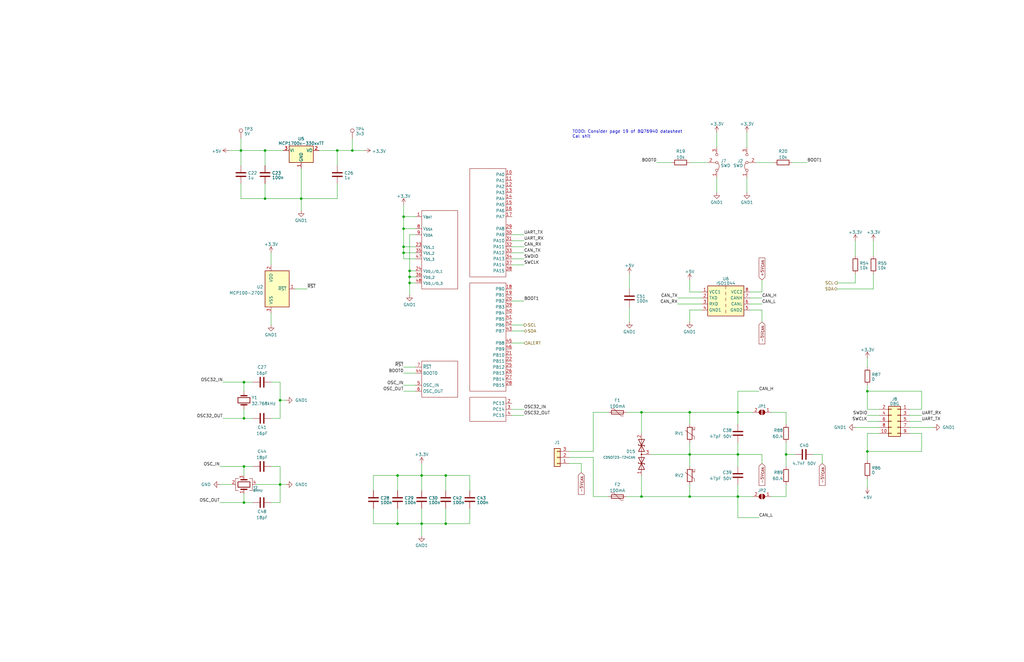
<source format=kicad_sch>
(kicad_sch (version 20230121) (generator eeschema)
  (paper "B")
  (junction (at 311.15 173.99))
  (junction (at 127 83.82))
  (junction (at 177.8 220.98))
  (junction (at 311.15 191.77))
  (junction (at 142.24 63.5))
  (junction (at 102.87 161.29))
  (junction (at 102.87 176.53))
  (junction (at 172.72 116.84))
  (junction (at 102.87 212.09))
  (junction (at 270.51 173.99))
  (junction (at 331.47 191.77))
  (junction (at 170.18 91.44))
  (junction (at 290.83 173.99))
  (junction (at 170.18 104.14))
  (junction (at 187.96 220.98))
  (junction (at 102.87 196.85))
  (junction (at 177.8 200.66))
  (junction (at 167.64 220.98))
  (junction (at 170.18 96.52))
  (junction (at 290.83 209.55))
  (junction (at 148.59 63.5))
  (junction (at 118.11 204.47))
  (junction (at 172.72 119.38))
  (junction (at 365.76 165.1))
  (junction (at 111.76 83.82))
  (junction (at 290.83 191.77))
  (junction (at 101.6 63.5))
  (junction (at 118.11 168.91))
  (junction (at 111.76 63.5))
  (junction (at 270.51 209.55))
  (junction (at 172.72 114.3))
  (junction (at 365.76 190.5))
  (junction (at 167.64 200.66))
  (junction (at 311.15 209.55))
  (junction (at 187.96 200.66))
  (junction (at 170.18 106.68))
  (wire (pts (xy 102.87 176.53) (xy 106.68 176.53)))
  (wire (pts (xy 118.11 196.85) (xy 118.11 204.47)))
  (wire (pts (xy 270.51 209.55) (xy 290.83 209.55)))
  (wire (pts (xy 142.24 77.47) (xy 142.24 83.82)))
  (wire (pts (xy 331.47 173.99) (xy 325.12 173.99)))
  (wire (pts (xy 302.26 55.88) (xy 302.26 62.23)))
  (wire (pts (xy 383.54 177.8) (xy 388.62 177.8)))
  (wire (pts (xy 187.96 220.98) (xy 187.96 214.63)))
  (wire (pts (xy 295.91 128.27) (xy 285.75 128.27)))
  (wire (pts (xy 250.19 173.99) (xy 256.54 173.99)))
  (wire (pts (xy 383.54 172.72) (xy 388.62 172.72)))
  (wire (pts (xy 365.76 182.88) (xy 365.76 190.5)))
  (wire (pts (xy 368.3 101.6) (xy 368.3 107.95)))
  (wire (pts (xy 295.91 125.73) (xy 285.75 125.73)))
  (wire (pts (xy 331.47 204.47) (xy 331.47 209.55)))
  (wire (pts (xy 311.15 204.47) (xy 311.15 209.55)))
  (wire (pts (xy 311.15 165.1) (xy 311.15 173.99)))
  (wire (pts (xy 198.12 220.98) (xy 198.12 214.63)))
  (wire (pts (xy 368.3 115.57) (xy 368.3 121.92)))
  (wire (pts (xy 172.72 119.38) (xy 172.72 116.84)))
  (wire (pts (xy 118.11 176.53) (xy 118.11 168.91)))
  (wire (pts (xy 331.47 209.55) (xy 325.12 209.55)))
  (wire (pts (xy 92.71 212.09) (xy 102.87 212.09)))
  (wire (pts (xy 250.19 209.55) (xy 256.54 209.55)))
  (wire (pts (xy 353.06 121.92) (xy 368.3 121.92)))
  (wire (pts (xy 102.87 165.1) (xy 102.87 161.29)))
  (wire (pts (xy 311.15 173.99) (xy 317.5 173.99)))
  (wire (pts (xy 220.98 172.72) (xy 215.9 172.72)))
  (wire (pts (xy 170.18 165.1) (xy 175.26 165.1)))
  (wire (pts (xy 172.72 116.84) (xy 175.26 116.84)))
  (wire (pts (xy 290.83 68.58) (xy 298.45 68.58)))
  (wire (pts (xy 111.76 63.5) (xy 119.38 63.5)))
  (wire (pts (xy 365.76 151.13) (xy 365.76 154.94)))
  (wire (pts (xy 388.62 182.88) (xy 383.54 182.88)))
  (wire (pts (xy 340.36 68.58) (xy 334.01 68.58)))
  (wire (pts (xy 170.18 96.52) (xy 170.18 104.14)))
  (wire (pts (xy 321.31 123.19) (xy 316.23 123.19)))
  (wire (pts (xy 167.64 200.66) (xy 167.64 207.01)))
  (wire (pts (xy 331.47 191.77) (xy 335.28 191.77)))
  (wire (pts (xy 92.71 196.85) (xy 102.87 196.85)))
  (wire (pts (xy 388.62 182.88) (xy 388.62 190.5)))
  (wire (pts (xy 167.64 214.63) (xy 167.64 220.98)))
  (wire (pts (xy 365.76 162.56) (xy 365.76 165.1)))
  (wire (pts (xy 388.62 165.1) (xy 388.62 172.72)))
  (wire (pts (xy 102.87 200.66) (xy 102.87 196.85)))
  (wire (pts (xy 111.76 63.5) (xy 111.76 69.85)))
  (wire (pts (xy 198.12 200.66) (xy 187.96 200.66)))
  (wire (pts (xy 250.19 193.04) (xy 240.03 193.04)))
  (wire (pts (xy 331.47 186.69) (xy 331.47 191.77)))
  (wire (pts (xy 172.72 114.3) (xy 175.26 114.3)))
  (wire (pts (xy 118.11 161.29) (xy 118.11 168.91)))
  (wire (pts (xy 170.18 157.48) (xy 175.26 157.48)))
  (wire (pts (xy 170.18 104.14) (xy 170.18 106.68)))
  (wire (pts (xy 311.15 209.55) (xy 317.5 209.55)))
  (wire (pts (xy 316.23 128.27) (xy 321.31 128.27)))
  (wire (pts (xy 157.48 214.63) (xy 157.48 220.98)))
  (wire (pts (xy 170.18 162.56) (xy 175.26 162.56)))
  (wire (pts (xy 118.11 212.09) (xy 118.11 204.47)))
  (wire (pts (xy 265.43 115.57) (xy 265.43 121.92)))
  (wire (pts (xy 360.68 180.34) (xy 370.84 180.34)))
  (wire (pts (xy 311.15 173.99) (xy 311.15 179.07)))
  (wire (pts (xy 102.87 161.29) (xy 106.68 161.29)))
  (wire (pts (xy 101.6 77.47) (xy 101.6 83.82)))
  (wire (pts (xy 172.72 99.06) (xy 175.26 99.06)))
  (wire (pts (xy 177.8 220.98) (xy 177.8 226.06)))
  (wire (pts (xy 245.11 199.39) (xy 245.11 195.58)))
  (wire (pts (xy 114.3 106.68) (xy 114.3 111.76)))
  (wire (pts (xy 290.83 130.81) (xy 295.91 130.81)))
  (wire (pts (xy 114.3 212.09) (xy 118.11 212.09)))
  (wire (pts (xy 187.96 220.98) (xy 198.12 220.98)))
  (wire (pts (xy 311.15 186.69) (xy 311.15 191.77)))
  (wire (pts (xy 346.71 191.77) (xy 342.9 191.77)))
  (wire (pts (xy 215.9 137.16) (xy 220.98 137.16)))
  (wire (pts (xy 167.64 220.98) (xy 177.8 220.98)))
  (wire (pts (xy 172.72 119.38) (xy 172.72 124.46)))
  (wire (pts (xy 250.19 193.04) (xy 250.19 209.55)))
  (wire (pts (xy 102.87 212.09) (xy 106.68 212.09)))
  (wire (pts (xy 290.83 135.89) (xy 290.83 130.81)))
  (wire (pts (xy 172.72 114.3) (xy 172.72 99.06)))
  (wire (pts (xy 167.64 200.66) (xy 177.8 200.66)))
  (wire (pts (xy 365.76 175.26) (xy 370.84 175.26)))
  (wire (pts (xy 177.8 214.63) (xy 177.8 220.98)))
  (wire (pts (xy 215.9 101.6) (xy 220.98 101.6)))
  (wire (pts (xy 314.96 62.23) (xy 314.96 55.88)))
  (wire (pts (xy 331.47 191.77) (xy 331.47 196.85)))
  (wire (pts (xy 321.31 118.11) (xy 321.31 123.19)))
  (wire (pts (xy 148.59 63.5) (xy 153.67 63.5)))
  (wire (pts (xy 111.76 77.47) (xy 111.76 83.82)))
  (wire (pts (xy 264.16 173.99) (xy 270.51 173.99)))
  (wire (pts (xy 157.48 200.66) (xy 157.48 207.01)))
  (wire (pts (xy 198.12 207.01) (xy 198.12 200.66)))
  (wire (pts (xy 383.54 175.26) (xy 388.62 175.26)))
  (wire (pts (xy 318.77 68.58) (xy 326.39 68.58)))
  (wire (pts (xy 290.83 191.77) (xy 274.32 191.77)))
  (wire (pts (xy 96.52 63.5) (xy 101.6 63.5)))
  (wire (pts (xy 331.47 179.07) (xy 331.47 173.99)))
  (wire (pts (xy 311.15 191.77) (xy 311.15 196.85)))
  (wire (pts (xy 220.98 127) (xy 215.9 127)))
  (wire (pts (xy 346.71 191.77) (xy 346.71 195.58)))
  (wire (pts (xy 311.15 191.77) (xy 321.31 191.77)))
  (wire (pts (xy 215.9 104.14) (xy 220.98 104.14)))
  (wire (pts (xy 365.76 190.5) (xy 365.76 194.31)))
  (wire (pts (xy 311.15 209.55) (xy 311.15 218.44)))
  (wire (pts (xy 101.6 63.5) (xy 101.6 69.85)))
  (wire (pts (xy 177.8 220.98) (xy 187.96 220.98)))
  (wire (pts (xy 114.3 161.29) (xy 118.11 161.29)))
  (wire (pts (xy 102.87 196.85) (xy 106.68 196.85)))
  (wire (pts (xy 365.76 165.1) (xy 365.76 172.72)))
  (wire (pts (xy 321.31 135.89) (xy 321.31 130.81)))
  (wire (pts (xy 142.24 63.5) (xy 148.59 63.5)))
  (wire (pts (xy 118.11 168.91) (xy 120.65 168.91)))
  (wire (pts (xy 270.51 173.99) (xy 290.83 173.99)))
  (wire (pts (xy 290.83 191.77) (xy 311.15 191.77)))
  (wire (pts (xy 215.9 111.76) (xy 220.98 111.76)))
  (wire (pts (xy 170.18 106.68) (xy 170.18 109.22)))
  (wire (pts (xy 102.87 208.28) (xy 102.87 212.09)))
  (wire (pts (xy 311.15 218.44) (xy 320.04 218.44)))
  (wire (pts (xy 170.18 91.44) (xy 170.18 96.52)))
  (wire (pts (xy 383.54 180.34) (xy 393.7 180.34)))
  (wire (pts (xy 170.18 96.52) (xy 175.26 96.52)))
  (wire (pts (xy 240.03 190.5) (xy 250.19 190.5)))
  (wire (pts (xy 240.03 195.58) (xy 245.11 195.58)))
  (wire (pts (xy 220.98 175.26) (xy 215.9 175.26)))
  (wire (pts (xy 290.83 186.69) (xy 290.83 191.77)))
  (wire (pts (xy 290.83 209.55) (xy 311.15 209.55)))
  (wire (pts (xy 93.98 176.53) (xy 102.87 176.53)))
  (wire (pts (xy 97.79 204.47) (xy 92.71 204.47)))
  (wire (pts (xy 321.31 130.81) (xy 316.23 130.81)))
  (wire (pts (xy 93.98 161.29) (xy 102.87 161.29)))
  (wire (pts (xy 265.43 129.54) (xy 265.43 135.89)))
  (wire (pts (xy 365.76 165.1) (xy 388.62 165.1)))
  (wire (pts (xy 167.64 200.66) (xy 157.48 200.66)))
  (wire (pts (xy 365.76 182.88) (xy 370.84 182.88)))
  (wire (pts (xy 177.8 200.66) (xy 177.8 207.01)))
  (wire (pts (xy 270.51 200.66) (xy 270.51 209.55)))
  (wire (pts (xy 124.46 121.92) (xy 129.54 121.92)))
  (wire (pts (xy 187.96 207.01) (xy 187.96 200.66)))
  (wire (pts (xy 175.26 154.94) (xy 170.18 154.94)))
  (wire (pts (xy 101.6 63.5) (xy 111.76 63.5)))
  (wire (pts (xy 290.83 173.99) (xy 311.15 173.99)))
  (wire (pts (xy 360.68 115.57) (xy 360.68 119.38)))
  (wire (pts (xy 264.16 209.55) (xy 270.51 209.55)))
  (wire (pts (xy 290.83 123.19) (xy 295.91 123.19)))
  (wire (pts (xy 276.86 68.58) (xy 283.21 68.58)))
  (wire (pts (xy 290.83 191.77) (xy 290.83 196.85)))
  (wire (pts (xy 365.76 172.72) (xy 370.84 172.72)))
  (wire (pts (xy 142.24 63.5) (xy 142.24 69.85)))
  (wire (pts (xy 127 83.82) (xy 142.24 83.82)))
  (wire (pts (xy 215.9 139.7) (xy 220.98 139.7)))
  (wire (pts (xy 215.9 106.68) (xy 220.98 106.68)))
  (wire (pts (xy 111.76 83.82) (xy 127 83.82)))
  (wire (pts (xy 170.18 106.68) (xy 175.26 106.68)))
  (wire (pts (xy 101.6 83.82) (xy 111.76 83.82)))
  (wire (pts (xy 148.59 58.42) (xy 148.59 63.5)))
  (wire (pts (xy 290.83 118.11) (xy 290.83 123.19)))
  (wire (pts (xy 170.18 109.22) (xy 175.26 109.22)))
  (wire (pts (xy 101.6 58.42) (xy 101.6 63.5)))
  (wire (pts (xy 215.9 109.22) (xy 220.98 109.22)))
  (wire (pts (xy 114.3 196.85) (xy 118.11 196.85)))
  (wire (pts (xy 270.51 173.99) (xy 270.51 182.88)))
  (wire (pts (xy 365.76 190.5) (xy 388.62 190.5)))
  (wire (pts (xy 118.11 204.47) (xy 120.65 204.47)))
  (wire (pts (xy 134.62 63.5) (xy 142.24 63.5)))
  (wire (pts (xy 172.72 116.84) (xy 172.72 114.3)))
  (wire (pts (xy 157.48 220.98) (xy 167.64 220.98)))
  (wire (pts (xy 250.19 190.5) (xy 250.19 173.99)))
  (wire (pts (xy 321.31 191.77) (xy 321.31 195.58)))
  (wire (pts (xy 316.23 125.73) (xy 321.31 125.73)))
  (wire (pts (xy 114.3 132.08) (xy 114.3 137.16)))
  (wire (pts (xy 187.96 200.66) (xy 177.8 200.66)))
  (wire (pts (xy 311.15 165.1) (xy 320.04 165.1)))
  (wire (pts (xy 365.76 201.93) (xy 365.76 205.74)))
  (wire (pts (xy 170.18 86.36) (xy 170.18 91.44)))
  (wire (pts (xy 302.26 74.93) (xy 302.26 81.28)))
  (wire (pts (xy 127 83.82) (xy 127 88.9)))
  (wire (pts (xy 215.9 144.78) (xy 220.98 144.78)))
  (wire (pts (xy 365.76 177.8) (xy 370.84 177.8)))
  (wire (pts (xy 290.83 204.47) (xy 290.83 209.55)))
  (wire (pts (xy 353.06 119.38) (xy 360.68 119.38)))
  (wire (pts (xy 114.3 176.53) (xy 118.11 176.53)))
  (wire (pts (xy 360.68 101.6) (xy 360.68 107.95)))
  (wire (pts (xy 314.96 74.93) (xy 314.96 81.28)))
  (wire (pts (xy 170.18 104.14) (xy 175.26 104.14)))
  (wire (pts (xy 170.18 91.44) (xy 175.26 91.44)))
  (wire (pts (xy 172.72 119.38) (xy 175.26 119.38)))
  (wire (pts (xy 102.87 172.72) (xy 102.87 176.53)))
  (wire (pts (xy 215.9 99.06) (xy 220.98 99.06)))
  (wire (pts (xy 177.8 195.58) (xy 177.8 200.66)))
  (wire (pts (xy 290.83 173.99) (xy 290.83 179.07)))
  (wire (pts (xy 127 71.12) (xy 127 83.82)))
  (wire (pts (xy 107.95 204.47) (xy 118.11 204.47)))
  (text "TODO: Consider page 19 of BQ76940 datasheet\nCal shit" (at 241.3 58.42 0) (effects (font (size 1.27 1.27)) (justify left bottom)))
  (label "CAN_L" (at 320.04 218.44 0))
  (label "UART_TX" (at 388.62 177.8 0))
  (label "OSC_IN" (at 170.18 162.56 180))
  (label "SWDIO" (at 365.76 175.26 180))
  (label "CAN_H" (at 321.31 125.73 0))
  (label "SWCLK" (at 365.76 177.8 180))
  (label "OSC_OUT" (at 170.18 165.1 180))
  (label "CAN_RX" (at 285.75 128.27 180))
  (label "SWCLK" (at 220.98 111.76 0))
  (label "BOOT1" (at 220.98 127 0))
  (label "OSC32_OUT" (at 220.98 175.26 0))
  (label "~{RST}" (at 170.18 154.94 180))
  (label "UART_TX" (at 220.98 99.06 0))
  (label "~{RST}" (at 129.54 121.92 0))
  (label "CAN_H" (at 320.04 165.1 0))
  (label "UART_RX" (at 220.98 101.6 0))
  (label "BOOT1" (at 340.36 68.58 0))
  (label "OSC32_OUT" (at 93.98 176.53 180))
  (label "OSC_IN" (at 92.71 196.85 180))
  (label "OSC32_IN" (at 93.98 161.29 180))
  (label "OSC_OUT" (at 92.71 212.09 180))
  (label "BOOT0" (at 170.18 157.48 180))
  (label "SWDIO" (at 220.98 109.22 0))
  (label "BOOT0" (at 276.86 68.58 180))
  (label "OSC32_IN" (at 220.98 172.72 0))
  (label "CAN_TX" (at 285.75 125.73 180))
  (label "CAN_RX" (at 220.98 104.14 0))
  (label "UART_RX" (at 388.62 175.26 0))
  (label "CAN_TX" (at 220.98 106.68 0))
  (label "CAN_L" (at 321.31 128.27 0))
  (global_label "-5V_{CAN}" (shape input) (at 346.71 195.58 270) (property "Intersheetrefs" "${INTERSHEET_REFS}" (effects hide)))
  (global_label "+5V_{CAN}" (shape input) (at 321.31 118.11 90) (property "Intersheetrefs" "${INTERSHEET_REFS}" (effects hide)))
  (global_label "-5V_{CAN}" (shape input) (at 245.11 199.39 270) (property "Intersheetrefs" "${INTERSHEET_REFS}" (effects hide)))
  (global_label "-5V_{CAN}" (shape input) (at 321.31 135.89 270) (property "Intersheetrefs" "${INTERSHEET_REFS}" (effects hide)))
  (global_label "-5V_{CAN}" (shape input) (at 321.31 195.58 270) (property "Intersheetrefs" "${INTERSHEET_REFS}" (effects hide)))
  (hierarchical_label "SCL" (shape output) (at 220.98 137.16 0))
  (hierarchical_label "ALERT" (shape input) (at 220.98 144.78 0))
  (hierarchical_label "SCL" (shape output) (at 353.06 119.38 180))
  (hierarchical_label "SDA" (shape bidirectional) (at 353.06 121.92 180))
  (hierarchical_label "SDA" (shape bidirectional) (at 220.98 139.7 0))
  (symbol (lib_id "Device:R") (at 287.02 68.58 90) (unit 1)
    (property "Reference" "R19" (at 287.02 63.8642 90))
    (property "Value" "10k" (at 287.02 66.4011 90))
    (property "Footprint" "Resistor_SMD:R_0603_1608Metric" (effects hide))
    (property "Datasheet" "https://www.mouser.com/datasheet/2/219/RK73H-1825326.pdf" (effects hide))
    (property "Mouser" "https://www.mouser.com/ProductDetail/KOA-Speer/RK73H1JTTD1002F?qs=sGAEpiMZZMtlubZbdhIBINkEv%252BGnJSJCzf6arQIEEEA%3D" (effects hide))
    (property "Part Number" "RK73H1JTTD1002F" (effects hide))
    (property "Rating" "100mW" (effects hide))
  )
  (symbol (lib_id "qtech:CH32V203CxT6") (at 205.74 93.98 0) (unit 1)
    (property "Reference" "U3" (effects hide))
    (property "Value" "CH32V203CxT6" (effects hide))
    (property "Footprint" "Package_QFP:LQFP-48_7x7mm_P0.5mm" (effects hide))
    (property "Datasheet" "http://www.wch-ic.com/downloads/file/354.html" (effects hide))
    (property "Mouser" "-" (effects hide))
    (property "Part Number" "CH32V203C8T6" (effects hide))
  )
  (symbol (lib_id "Device:Crystal") (at 102.87 168.91 90) (unit 1)
    (property "Reference" "Y1" (at 106.045 167.767 90) (effects (justify right)))
    (property "Value" "32.768kHz" (at 106.045 170.307 90) (effects (justify right)))
    (property "Footprint" "Crystal:Crystal_SMD_3215-2Pin_3.2x1.5mm" (effects hide))
    (property "Datasheet" "https://www.mouser.com/datasheet/2/3/ABS07AIG-3215092.pdf" (effects hide))
    (property "Mouser" "https://www.mouser.com/ProductDetail/ABRACON/ABS07AIG-32.768KHZ-T?qs=gG6m684uYP5oqwgXl1V4Jg%3D%3D" (effects hide))
    (property "Part Number" "ABS07AIG-32.768KHZ-T" (effects hide))
  )
  (symbol (lib_id "power:GND1") (at 127 88.9 0) (unit 1)
    (property "Reference" "#PWR010" (effects hide))
    (property "Value" "GND1" (at 127 93.0355 0))
    (instances (project "bms" (path "" (reference "#PWR010") (unit 1)) (path "" (reference "#PWR020") (unit 1))))
  )
  (symbol (lib_id "Device:C") (at 265.43 125.73 0) (unit 1)
    (property "Reference" "C51" (at 268.351 125.0863 0) (effects (justify left)))
    (property "Value" "100n" (at 268.351 127.0073 0) (effects (justify left)))
    (property "Footprint" "Capacitor_SMD:C_0603_1608Metric" (effects hide))
    (property "Datasheet" "https://www.mouser.com/datasheet/2/40/X7RDielectric-2943470.pdf" (effects hide))
    (property "Mouser" "https://www.mouser.com/ProductDetail/KYOCERA-AVX/06035C104KAT2A?qs=sGAEpiMZZMs7ZEmUmaUL07F2qgI%252BUofJK2BrtL3gRPE%3D" (effects hide))
    (property "Part Number" "06035C104KAT2A" (effects hide))
    (property "Rating" "50V" (effects hide))
  )
  (symbol (lib_id "Connector:TestPoint") (at 148.59 58.42 0) (unit 1)
    (property "Reference" "TP4" (at 149.987 54.4743 0) (effects (justify left)))
    (property "Value" "3v3" (at 149.987 56.3953 0) (effects (justify left)))
    (property "Footprint" "TestPoint:TestPoint_Pad_D1.5mm" (effects hide))
  )
  (symbol (lib_id "power:GND1") (at 393.7 180.34 90) (unit 1)
    (property "Reference" "#PWR010" (effects hide))
    (property "Value" "GND1" (at 400.05 180.34 90))
    (instances (project "bms" (path "" (reference "#PWR010") (unit 1)) (path "" (reference "#PWR051") (unit 1))))
  )
  (symbol (lib_id "Device:R") (at 368.3 111.76 180) (unit 1)
    (property "Reference" "R55" (at 370.078 111.1163 0) (effects (justify right)))
    (property "Value" "10k" (at 370.078 113.0373 0) (effects (justify right)))
    (property "Footprint" "Resistor_SMD:R_0603_1608Metric" (effects hide))
    (property "Datasheet" "https://www.mouser.com/datasheet/2/219/RK73H-1825326.pdf" (effects hide))
    (property "Mouser" "https://www.mouser.com/ProductDetail/KOA-Speer/RK73H1JTTD1002F?qs=sGAEpiMZZMtlubZbdhIBINkEv%252BGnJSJCzf6arQIEEEA%3D" (effects hide))
    (property "Part Number" "RK73H1JTTD1002F" (effects hide))
    (property "Rating" "100mW" (effects hide))
  )
  (symbol (lib_id "Device:C") (at 167.64 210.82 0) (unit 1)
    (property "Reference" "C29" (at 170.561 210.1763 0) (effects (justify left)))
    (property "Value" "100n" (at 170.561 212.0973 0) (effects (justify left)))
    (property "Footprint" "Capacitor_SMD:C_0603_1608Metric" (effects hide))
    (property "Datasheet" "https://www.mouser.com/datasheet/2/40/X7RDielectric-2943470.pdf" (effects hide))
    (property "Mouser" "https://www.mouser.com/ProductDetail/KYOCERA-AVX/06035C104KAT2A?qs=sGAEpiMZZMs7ZEmUmaUL07F2qgI%252BUofJK2BrtL3gRPE%3D" (effects hide))
    (property "Part Number" "06035C104KAT2A" (effects hide))
    (property "Rating" "50V" (effects hide))
  )
  (symbol (lib_id "Device:Crystal_GND24") (at 102.87 204.47 90) (unit 1)
    (property "Reference" "Y2" (at 106.68 205.74 90) (effects (font (size 1 1)) (justify right)))
    (property "Value" "8MHz" (at 106.68 207.01 90) (effects (font (size 1 1)) (justify right)))
    (property "Footprint" "Crystal:Crystal_SMD_Abracon_ABM3C-4Pin_5.0x3.2mm" (effects hide))
    (property "Datasheet" "https://www.mouser.com/datasheet/2/3/ABM3BAIG-1608910.pdf" (effects hide))
    (property "Mouser" "https://www.mouser.com/ProductDetail/ABRACON/ABM3BAIG-8.000MHZ-1Z-T?qs=uwxL4vQweFMtl1NAFNP1Qg%3D%3D" (effects hide))
    (property "Part Number" "ABM3BAIG-8.000MHZ-1Z-T" (effects hide))
  )
  (symbol (lib_id "qtech:CH32V203CxT6") (at 205.74 142.24 0) (unit 2)
    (property "Reference" "U3" (effects hide))
    (property "Value" "CH32V203CxT6" (effects hide))
    (property "Footprint" "Package_QFP:LQFP-48_7x7mm_P0.5mm" (effects hide))
    (property "Datasheet" "http://www.wch-ic.com/downloads/file/354.html" (effects hide))
    (property "Mouser" "-" (effects hide))
    (property "Part Number" "CH32V203C8T6" (effects hide))
  )
  (symbol (lib_id "Regulator_Linear:MCP1700x-330xxTT") (at 127 63.5 0) (unit 1)
    (property "Reference" "U5" (at 127 58.5851 0))
    (property "Value" "MCP1700x-330xxTT" (at 127 60.5061 0))
    (property "Footprint" "Package_TO_SOT_SMD:SOT-23" (effects hide))
    (property "Datasheet" "http://ww1.microchip.com/downloads/en/DeviceDoc/20001826D.pdf" (effects hide))
    (property "Mouser" "https://www.mouser.com/ProductDetail/Microchip-Technology/MCP1700T-3302E-TT?qs=fM4xO01eazPmCNDrdHEdaw%3D%3D" (effects hide))
    (property "Part Number" "MCP1700T-3302E/TT " (effects hide))
  )
  (symbol (lib_id "power:GND1") (at 302.26 81.28 0) (unit 1)
    (property "Reference" "#PWR010" (effects hide))
    (property "Value" "GND1" (at 302.26 85.4155 0))
    (instances (project "bms" (path "" (reference "#PWR010") (unit 1)) (path "" (reference "#PWR022") (unit 1))))
  )
  (symbol (lib_id "qtech:CH32V203CxT6") (at 185.42 106.68 0) (unit 5)
    (property "Reference" "U3" (effects hide))
    (property "Value" "CH32V203CxT6" (effects hide))
    (property "Footprint" "Package_QFP:LQFP-48_7x7mm_P0.5mm" (effects hide))
    (property "Datasheet" "http://www.wch-ic.com/downloads/file/354.html" (effects hide))
    (property "Mouser" "-" (effects hide))
    (property "Part Number" "CH32V203C8T6" (effects hide))
  )
  (symbol (lib_id "Jumper:SolderJumper_2_Open") (at 321.31 173.99 0) (mirror y) (unit 1) (in_bom no)
    (property "Reference" "JP1" (at 321.31 171.45 0))
    (property "Value" "SolderJumper_2_Open" (effects hide))
    (property "Footprint" "Jumper:SolderJumper-2_P1.3mm_Open_RoundedPad1.0x1.5mm" (effects hide))
    (instances (project "bms" (path "" (reference "JP1") (unit 1))) (project "bcu" (path "" (reference "JP?") (unit 1)) (path "" (reference "JP3") (unit 1))))
  )
  (symbol (lib_id "Device:C") (at 110.49 196.85 90) (unit 1)
    (property "Reference" "C44" (at 110.49 190.5 90))
    (property "Value" "18pF" (at 110.49 193.04 90))
    (property "Footprint" "Capacitor_SMD:C_0402_1005Metric" (effects hide))
    (property "Datasheet" "https://www.mouser.com/datasheet/2/281/1/GCM1555C1H180JA16_01A-3141227.pdf" (effects hide))
    (property "Mouser" "https://www.mouser.com/ProductDetail/Murata-Electronics/GCM1555C1H180JA16D?qs=jDWTHf1mkXbaTEL17L%2FL8A%3D%3D" (effects hide))
    (property "Part Number" "GCM1555C1H180JA16D" (effects hide))
    (instances (project "bms" (path "" (reference "C44") (unit 1))) (project "bcu" (path "" (reference "C10") (unit 1))))
  )
  (symbol (lib_id "Device:C") (at 142.24 73.66 0) (unit 1)
    (property "Reference" "C26" (at 145.161 73.0163 0) (effects (justify left)))
    (property "Value" "1u" (at 145.161 74.9373 0) (effects (justify left)))
    (property "Footprint" "Capacitor_SMD:C_0603_1608Metric" (effects hide))
    (property "Datasheet" "https://www.mouser.com/datasheet/2/585/MLCC-1837944.pdf" (effects hide))
    (property "Mouser" "https://www.mouser.com/ProductDetail/Samsung-Electro-Mechanics/CL10B105KA8NNND?qs=sGAEpiMZZMs7ZEmUmaUL03JOSOi7G3a3Pbmf%252BVZ%2FyZWWNareYBTNVg%3D%3D" (effects hide))
    (property "Part Number" "CL10B105KA8NNND" (effects hide))
    (property "Rating" "25V" (effects hide))
  )
  (symbol (lib_id "Device:C") (at 311.15 182.88 0) (mirror y) (unit 1)
    (property "Reference" "C38" (at 308.61 181.61 0) (effects (justify left)))
    (property "Value" "47pF 50V" (at 308.61 184.15 0) (effects (justify left)))
    (property "Footprint" "Capacitor_SMD:C_0402_1005Metric" (effects hide))
    (property "Datasheet" "https://www.mouser.com/datasheet/2/281/1/GRT1555C1H470JA02_01A-3157872.pdf" (effects hide))
    (property "Mouser" "https://www.mouser.com/ProductDetail/Murata-Electronics/GRT1555C1H470JA02D?qs=qkDYIeTQ%252BEmwVxkhIB%2FZ%2Fg%3D%3D" (effects hide))
    (property "Part Number" "GRT1555C1H470JA02D" (effects hide))
    (instances (project "bms" (path "" (reference "C38") (unit 1))) (project "bcu" (path "" (reference "C?") (unit 1)) (path "" (reference "C21") (unit 1))))
  )
  (symbol (lib_id "Connector_Generic:Conn_02x05_Odd_Even") (at 378.46 177.8 0) (mirror y) (unit 1)
    (property "Reference" "J8" (at 377.19 168.4401 0))
    (property "Value" "DBG" (at 377.19 170.3611 0))
    (property "Footprint" "Connector_PinSocket_2.54mm:PinSocket_2x05_P2.54mm_Vertical" (effects hide))
  )
  (symbol (lib_id "Connector_Generic:Conn_01x03") (at 234.95 193.04 180) (unit 1)
    (property "Reference" "J1" (at 234.95 186.69 0))
    (property "Value" "Conn_01x03" (effects hide))
    (property "Footprint" "Connector_JST:JST_XA_S02B-XASK-1_1x02_P2.50mm_Horizontal" (effects hide))
    (instances (project "bms" (path "" (reference "J1") (unit 1))) (project "bcu" (path "" (reference "J3") (unit 1))))
  )
  (symbol (lib_id "power:+5V") (at 265.43 115.57 0) (unit 1)
    (property "Reference" "#PWR01" (effects hide))
    (property "Value" "+5V" (at 265.43 112.0681 0))
    (instances (project "bms" (path "" (reference "#PWR01") (unit 1)) (path "" (reference "#PWR040") (unit 1))))
  )
  (symbol (lib_id "qtech:CH32V203CxT6") (at 185.42 160.02 0) (unit 4)
    (property "Reference" "U3" (effects hide))
    (property "Value" "CH32V203CxT6" (effects hide))
    (property "Footprint" "Package_QFP:LQFP-48_7x7mm_P0.5mm" (effects hide))
    (property "Datasheet" "http://www.wch-ic.com/downloads/file/354.html" (effects hide))
    (property "Mouser" "-" (effects hide))
    (property "Part Number" "CH32V203C8T6" (effects hide))
  )
  (symbol (lib_id "power:+3.3V") (at 177.8 195.58 0) (unit 1)
    (property "Reference" "#PWR036" (effects hide))
    (property "Value" "+3.3V" (at 177.8 191.77 0))
  )
  (symbol (lib_id "power:GND1") (at 177.8 226.06 0) (unit 1)
    (property "Reference" "#PWR010" (effects hide))
    (property "Value" "GND1" (at 177.8 230.1955 0))
    (instances (project "bms" (path "" (reference "#PWR010") (unit 1)) (path "" (reference "#PWR015") (unit 1))))
  )
  (symbol (lib_id "Device:R") (at 331.47 200.66 0) (mirror y) (unit 1)
    (property "Reference" "R89" (at 330.2 199.39 0) (effects (justify left)))
    (property "Value" "60.4" (at 330.2 201.93 0) (effects (justify left)))
    (property "Footprint" "Resistor_SMD:R_0603_1608Metric" (effects hide))
    (property "Datasheet" "https://www.vishay.com/doc?20035" (effects hide))
    (property "Mouser" "https://www.mouser.com/ProductDetail/Vishay-Dale/CRCW060360R4FKEA?qs=6fyMJ9%2FiJ9KMVX8MBWVfDg%3D%3D" (effects hide))
    (property "Part Number" "CRCW060360R4FKEA" (effects hide))
    (instances (project "bms" (path "" (reference "R89") (unit 1))) (project "bcu" (path "" (reference "R?") (unit 1)) (path "" (reference "R9") (unit 1))))
  )
  (symbol (lib_id "power:+3.3V") (at 153.67 63.5 270) (unit 1)
    (property "Reference" "#PWR030" (effects hide))
    (property "Value" "+3.3V" (at 156.845 63.8168 90) (effects (justify left)))
  )
  (symbol (lib_id "power:+5V") (at 96.52 63.5 90) (unit 1)
    (property "Reference" "#PWR01" (effects hide))
    (property "Value" "+5V" (at 93.3451 63.8168 90) (effects (justify left)))
    (instances (project "bms" (path "" (reference "#PWR01") (unit 1)) (path "" (reference "#PWR031") (unit 1))))
  )
  (symbol (lib_id "power:GND1") (at 314.96 81.28 0) (unit 1)
    (property "Reference" "#PWR010" (effects hide))
    (property "Value" "GND1" (at 314.96 85.4155 0))
    (instances (project "bms" (path "" (reference "#PWR010") (unit 1)) (path "" (reference "#PWR024") (unit 1))))
  )
  (symbol (lib_id "Device:R") (at 360.68 111.76 180) (unit 1)
    (property "Reference" "R54" (at 362.458 111.1163 0) (effects (justify right)))
    (property "Value" "10k" (at 362.458 113.0373 0) (effects (justify right)))
    (property "Footprint" "Resistor_SMD:R_0603_1608Metric" (effects hide))
    (property "Datasheet" "https://www.mouser.com/datasheet/2/219/RK73H-1825326.pdf" (effects hide))
    (property "Mouser" "https://www.mouser.com/ProductDetail/KOA-Speer/RK73H1JTTD1002F?qs=sGAEpiMZZMtlubZbdhIBINkEv%252BGnJSJCzf6arQIEEEA%3D" (effects hide))
    (property "Part Number" "RK73H1JTTD1002F" (effects hide))
    (property "Rating" "100mW" (effects hide))
  )
  (symbol (lib_id "Jumper:Jumper_3_Bridged12") (at 302.26 68.58 270) (mirror x) (unit 1)
    (property "Reference" "J7" (at 303.8861 67.9363 90) (effects (justify left)))
    (property "Value" "SWD" (at 303.8861 69.8573 90) (effects (justify left)))
    (property "Footprint" "Jumper:SolderJumper-3_P1.3mm_Bridged12_RoundedPad1.0x1.5mm" (effects hide))
  )
  (symbol (lib_id "power:GND1") (at 114.3 137.16 0) (unit 1)
    (property "Reference" "#PWR010" (effects hide))
    (property "Value" "GND1" (at 114.3 141.2955 0))
    (instances (project "bms" (path "" (reference "#PWR010") (unit 1)) (path "" (reference "#PWR037") (unit 1))))
  )
  (symbol (lib_id "power:+3.3V") (at 302.26 55.88 0) (unit 1)
    (property "Reference" "#PWR021" (effects hide))
    (property "Value" "+3.3V" (at 302.26 52.3042 0))
  )
  (symbol (lib_id "Device:C") (at 101.6 73.66 0) (unit 1)
    (property "Reference" "C22" (at 104.521 73.0163 0) (effects (justify left)))
    (property "Value" "1u" (at 104.521 74.9373 0) (effects (justify left)))
    (property "Footprint" "Capacitor_SMD:C_0603_1608Metric" (effects hide))
    (property "Datasheet" "https://www.mouser.com/datasheet/2/585/MLCC-1837944.pdf" (effects hide))
    (property "Mouser" "https://www.mouser.com/ProductDetail/Samsung-Electro-Mechanics/CL10B105KA8NNND?qs=sGAEpiMZZMs7ZEmUmaUL03JOSOi7G3a3Pbmf%252BVZ%2FyZWWNareYBTNVg%3D%3D" (effects hide))
    (property "Part Number" "CL10B105KA8NNND" (effects hide))
    (property "Rating" "25V" (effects hide))
  )
  (symbol (lib_id "power:GND1") (at 172.72 124.46 0) (unit 1)
    (property "Reference" "#PWR010" (effects hide))
    (property "Value" "GND1" (at 172.72 128.5955 0))
    (instances (project "bms" (path "" (reference "#PWR010") (unit 1)) (path "" (reference "#PWR035") (unit 1))))
  )
  (symbol (lib_id "Device:C") (at 339.09 191.77 90) (mirror x) (unit 1)
    (property "Reference" "C40" (at 339.09 187.96 90))
    (property "Value" "4.7nF 50V" (at 339.09 195.58 90))
    (property "Footprint" "Capacitor_SMD:C_0402_1005Metric" (effects hide))
    (property "Datasheet" "https://www.mouser.com/datasheet/2/281/1/GCM155R72A472KA37_01A-3142478.pdf" (effects hide))
    (property "Mouser" "https://www.mouser.com/ProductDetail/Murata-Electronics/GCM155R72A472KA37D?qs=aEuGZpxfbxUdOQVE8GeD2Q%3D%3D" (effects hide))
    (property "Part Number" "GCM155R72A472KA37D" (effects hide))
    (instances (project "bms" (path "" (reference "C40") (unit 1))) (project "bcu" (path "" (reference "C?") (unit 1)) (path "" (reference "C24") (unit 1))))
  )
  (symbol (lib_id "Device:C") (at 198.12 210.82 0) (unit 1)
    (property "Reference" "C43" (at 201.041 210.1763 0) (effects (justify left)))
    (property "Value" "100n" (at 201.041 212.0973 0) (effects (justify left)))
    (property "Footprint" "Capacitor_SMD:C_0603_1608Metric" (effects hide))
    (property "Datasheet" "https://www.mouser.com/datasheet/2/40/X7RDielectric-2943470.pdf" (effects hide))
    (property "Mouser" "https://www.mouser.com/ProductDetail/KYOCERA-AVX/06035C104KAT2A?qs=sGAEpiMZZMs7ZEmUmaUL07F2qgI%252BUofJK2BrtL3gRPE%3D" (effects hide))
    (property "Part Number" "06035C104KAT2A" (effects hide))
    (property "Rating" "50V" (effects hide))
  )
  (symbol (lib_id "power:+5V") (at 290.83 118.11 0) (unit 1)
    (property "Reference" "#PWR01" (effects hide))
    (property "Value" "+5V" (at 290.83 114.6081 0))
    (instances (project "bms" (path "" (reference "#PWR01") (unit 1)) (path "" (reference "#PWR042") (unit 1))))
  )
  (symbol (lib_id "power:+3.3V") (at 170.18 86.36 0) (unit 1)
    (property "Reference" "#PWR019" (effects hide))
    (property "Value" "+3.3V" (at 170.18 82.7842 0))
  )
  (symbol (lib_id "Device:Polyfuse") (at 260.35 209.55 270) (mirror x) (unit 1)
    (property "Reference" "F2" (at 260.35 204.47 90))
    (property "Value" "100mA" (at 260.35 207.01 90))
    (property "Footprint" "Fuse:Fuse_1206_3216Metric" (effects hide))
    (property "Datasheet" "https://www.mouser.com/datasheet/2/643/ds_CP_0ZTJ_series-1960408.pdf" (effects hide))
    (property "Mouser" "https://www.mouser.com/ProductDetail/Bel-Fuse/0ZTJ0010FF2E?qs=sPbYRqrBIVloRUc9cuHcrQ%3D%3D" (effects hide))
    (property "Part Number" "0ZTJ0010FF2E" (effects hide))
    (instances (project "bms" (path "" (reference "F2") (unit 1))) (project "bcu" (path "" (reference "F6") (unit 1))))
  )
  (symbol (lib_id "power:+3.3V") (at 114.3 106.68 0) (unit 1)
    (property "Reference" "#PWR017" (effects hide))
    (property "Value" "+3.3V" (at 114.3 103.1042 0))
  )
  (symbol (lib_id "Device:C") (at 110.49 212.09 90) (unit 1)
    (property "Reference" "C48" (at 110.49 215.9 90))
    (property "Value" "18pF" (at 110.49 218.44 90))
    (property "Footprint" "Capacitor_SMD:C_0402_1005Metric" (effects hide))
    (property "Datasheet" "https://www.mouser.com/datasheet/2/281/1/GCM1555C1H180JA16_01A-3141227.pdf" (effects hide))
    (property "Mouser" "https://www.mouser.com/ProductDetail/Murata-Electronics/GCM1555C1H180JA16D?qs=jDWTHf1mkXbaTEL17L%2FL8A%3D%3D" (effects hide))
    (property "Part Number" "GCM1555C1H180JA16D" (effects hide))
    (instances (project "bms" (path "" (reference "C48") (unit 1))) (project "bcu" (path "" (reference "C11") (unit 1))))
  )
  (symbol (lib_id "qtech:ISO1044") (at 306.07 125.73 0) (unit 1)
    (property "Reference" "U6" (at 306.07 117.6401 0))
    (property "Value" "ISO1044" (at 306.07 119.5611 0))
    (property "Footprint" "Package_SO:SOIC-8_3.9x4.9mm_P1.27mm" (effects hide))
    (property "Datasheet" "https://www.ti.com/lit/ds/symlink/iso1044.pdf" (effects hide))
    (property "Mouser" "https://www.mouser.com/ProductDetail/Texas-Instruments/ISO1044BD?qs=W%2FMpXkg%252BdQ6CUu0TGf8UTA%3D%3D" (effects hide))
    (property "Part Number" "ISO1044BD" (effects hide))
  )
  (symbol (lib_id "power:+3.3V") (at 314.96 55.88 0) (unit 1)
    (property "Reference" "#PWR023" (effects hide))
    (property "Value" "+3.3V" (at 314.96 52.3042 0))
  )
  (symbol (lib_id "power:+3.3V") (at 360.68 101.6 0) (unit 1)
    (property "Reference" "#PWR026" (effects hide))
    (property "Value" "+3.3V" (at 360.68 98.0242 0))
  )
  (symbol (lib_id "Device:R") (at 330.2 68.58 270) (unit 1)
    (property "Reference" "R20" (at 330.2 63.8642 90))
    (property "Value" "10k" (at 330.2 66.4011 90))
    (property "Footprint" "Resistor_SMD:R_0603_1608Metric" (effects hide))
    (property "Datasheet" "https://www.mouser.com/datasheet/2/219/RK73H-1825326.pdf" (effects hide))
    (property "Mouser" "https://www.mouser.com/ProductDetail/KOA-Speer/RK73H1JTTD1002F?qs=sGAEpiMZZMtlubZbdhIBINkEv%252BGnJSJCzf6arQIEEEA%3D" (effects hide))
    (property "Part Number" "RK73H1JTTD1002F" (effects hide))
    (property "Rating" "100mW" (effects hide))
  )
  (symbol (lib_id "power:GND1") (at 360.68 180.34 270) (unit 1)
    (property "Reference" "#PWR010" (effects hide))
    (property "Value" "GND1" (at 354.33 180.34 90))
    (instances (project "bms" (path "" (reference "#PWR010") (unit 1)) (path "" (reference "#PWR052") (unit 1))))
  )
  (symbol (lib_id "Device:Varistor") (at 290.83 182.88 180) (unit 1)
    (property "Reference" "RV1" (at 288.29 182.88 0) (effects (justify left)))
    (property "Value" "Varistor" (effects hide))
    (property "Footprint" "Resistor_SMD:R_1206_3216Metric" (effects hide))
    (property "Datasheet" "https://www.mouser.com/datasheet/2/54/avht_series-1773099.pdf" (effects hide))
    (property "Sim.Name" "kicad_builtin_varistor" (effects hide))
    (property "Sim.Device" "SUBCKT" (effects hide))
    (property "Sim.Pins" "1=A 2=B" (effects hide))
    (property "Sim.Params" "threshold=1k" (effects hide))
    (property "Sim.Library" "${KICAD7_SYMBOL_DIR}/Simulation_SPICE.sp" (effects hide))
    (property "Mouser" "https://www.mouser.com/ProductDetail/Bourns/AV14K1206201NIR1HT?qs=OlC7AqGiEDmYsye0rS80kA%3D%3D" (effects hide))
    (property "Part Number" "AV14K1206201NIR1HT" (effects hide))
  )
  (symbol (lib_id "Connector:TestPoint") (at 101.6 58.42 0) (unit 1)
    (property "Reference" "TP3" (at 102.997 54.4743 0) (effects (justify left)))
    (property "Value" "5V" (at 102.997 56.3953 0) (effects (justify left)))
    (property "Footprint" "TestPoint:TestPoint_Pad_D1.5mm" (effects hide))
  )
  (symbol (lib_id "Device:C") (at 111.76 73.66 0) (unit 1)
    (property "Reference" "C23" (at 114.681 73.0163 0) (effects (justify left)))
    (property "Value" "100n" (at 114.681 74.9373 0) (effects (justify left)))
    (property "Footprint" "Capacitor_SMD:C_0603_1608Metric" (effects hide))
    (property "Datasheet" "https://www.mouser.com/datasheet/2/40/X7RDielectric-2943470.pdf" (effects hide))
    (property "Mouser" "https://www.mouser.com/ProductDetail/KYOCERA-AVX/06035C104KAT2A?qs=sGAEpiMZZMs7ZEmUmaUL07F2qgI%252BUofJK2BrtL3gRPE%3D" (effects hide))
    (property "Part Number" "06035C104KAT2A" (effects hide))
    (property "Rating" "50V" (effects hide))
  )
  (symbol (lib_id "power:GND1") (at 290.83 135.89 0) (unit 1)
    (property "Reference" "#PWR010" (effects hide))
    (property "Value" "GND1" (at 290.83 140.0255 0))
    (instances (project "bms" (path "" (reference "#PWR010") (unit 1)) (path "" (reference "#PWR041") (unit 1))))
  )
  (symbol (lib_id "Device:R") (at 365.76 198.12 180) (unit 1)
    (property "Reference" "R86" (at 367.538 197.4763 0) (effects (justify right)))
    (property "Value" "0" (at 367.538 199.3973 0) (effects (justify right)))
    (property "Footprint" "Resistor_SMD:R_0201_0603Metric" (effects hide))
  )
  (symbol (lib_id "Jumper:SolderJumper_2_Open") (at 321.31 209.55 0) (mirror y) (unit 1) (in_bom no)
    (property "Reference" "JP2" (at 321.31 207.01 0))
    (property "Value" "SolderJumper_2_Open" (effects hide))
    (property "Footprint" "Jumper:SolderJumper-2_P1.3mm_Open_RoundedPad1.0x1.5mm" (effects hide))
    (instances (project "bms" (path "" (reference "JP2") (unit 1))) (project "bcu" (path "" (reference "JP?") (unit 1)) (path "" (reference "JP4") (unit 1))))
  )
  (symbol (lib_id "power:+3.3V") (at 365.76 151.13 0) (unit 1)
    (property "Reference" "#PWR049" (effects hide))
    (property "Value" "+3.3V" (at 365.76 147.6281 0))
  )
  (symbol (lib_id "Device:R") (at 365.76 158.75 180) (unit 1)
    (property "Reference" "R87" (at 367.538 158.1063 0) (effects (justify right)))
    (property "Value" "0" (at 367.538 160.0273 0) (effects (justify right)))
    (property "Footprint" "Resistor_SMD:R_0201_0603Metric" (effects hide))
  )
  (symbol (lib_id "qtech:CH32V203CxT6") (at 205.74 172.72 0) (unit 3)
    (property "Reference" "U3" (effects hide))
    (property "Value" "CH32V203CxT6" (effects hide))
    (property "Footprint" "Package_QFP:LQFP-48_7x7mm_P0.5mm" (effects hide))
    (property "Datasheet" "http://www.wch-ic.com/downloads/file/354.html" (effects hide))
    (property "Mouser" "-" (effects hide))
    (property "Part Number" "CH32V203C8T6" (effects hide))
  )
  (symbol (lib_id "Device:R") (at 331.47 182.88 0) (mirror y) (unit 1)
    (property "Reference" "R88" (at 330.2 181.61 0) (effects (justify left)))
    (property "Value" "60.4" (at 330.2 184.15 0) (effects (justify left)))
    (property "Footprint" "Resistor_SMD:R_0603_1608Metric" (effects hide))
    (property "Datasheet" "https://www.vishay.com/doc?20035" (effects hide))
    (property "Mouser" "https://www.mouser.com/ProductDetail/Vishay-Dale/CRCW060360R4FKEA?qs=6fyMJ9%2FiJ9KMVX8MBWVfDg%3D%3D" (effects hide))
    (property "Part Number" "CRCW060360R4FKEA" (effects hide))
    (instances (project "bms" (path "" (reference "R88") (unit 1))) (project "bcu" (path "" (reference "R?") (unit 1)) (path "" (reference "R8") (unit 1))))
  )
  (symbol (lib_id "power:+5V") (at 365.76 205.74 180) (unit 1)
    (property "Reference" "#PWR01" (effects hide))
    (property "Value" "+5V" (at 365.76 209.8755 0))
    (instances (project "bms" (path "" (reference "#PWR01") (unit 1)) (path "" (reference "#PWR047") (unit 1))))
  )
  (symbol (lib_id "Device:C") (at 157.48 210.82 0) (unit 1)
    (property "Reference" "C28" (at 160.401 210.1763 0) (effects (justify left)))
    (property "Value" "100n" (at 160.401 212.0973 0) (effects (justify left)))
    (property "Footprint" "Capacitor_SMD:C_0603_1608Metric" (effects hide))
    (property "Datasheet" "https://www.mouser.com/datasheet/2/40/X7RDielectric-2943470.pdf" (effects hide))
    (property "Mouser" "https://www.mouser.com/ProductDetail/KYOCERA-AVX/06035C104KAT2A?qs=sGAEpiMZZMs7ZEmUmaUL07F2qgI%252BUofJK2BrtL3gRPE%3D" (effects hide))
    (property "Part Number" "06035C104KAT2A" (effects hide))
    (property "Rating" "50V" (effects hide))
  )
  (symbol (lib_id "Device:C") (at 177.8 210.82 0) (unit 1)
    (property "Reference" "C30" (at 180.721 210.1763 0) (effects (justify left)))
    (property "Value" "100n" (at 180.721 212.0973 0) (effects (justify left)))
    (property "Footprint" "Capacitor_SMD:C_0603_1608Metric" (effects hide))
    (property "Datasheet" "https://www.mouser.com/datasheet/2/40/X7RDielectric-2943470.pdf" (effects hide))
    (property "Mouser" "https://www.mouser.com/ProductDetail/KYOCERA-AVX/06035C104KAT2A?qs=sGAEpiMZZMs7ZEmUmaUL07F2qgI%252BUofJK2BrtL3gRPE%3D" (effects hide))
    (property "Part Number" "06035C104KAT2A" (effects hide))
    (property "Rating" "50V" (effects hide))
  )
  (symbol (lib_id "Device:D_TVS_Dual_AAC") (at 270.51 191.77 90) (unit 1)
    (property "Reference" "D15" (at 267.97 190.5 90) (effects (justify left)))
    (property "Value" "CDSOT23-T24CAN" (at 267.97 193.04 90) (effects (font (size 1 1)) (justify left)))
    (property "Footprint" "Package_TO_SOT_SMD:SOT-23-3" (effects hide))
    (property "Datasheet" "https://www.mouser.com/datasheet/2/54/cdsot23_t24can_q-1534349.pdf" (effects hide))
    (property "Mouser" "https://www.mouser.com/ProductDetail/Bourns/CDSOT23-T24CAN-Q?qs=xhbEVWpZdWdLN7nyBILlNA%3D%3D" (effects hide))
    (property "Part Number" "CDSOT23-T24CAN-Q" (effects hide))
    (instances (project "bms" (path "" (reference "D15") (unit 1))) (project "bcu" (path "" (reference "D5") (unit 1))))
  )
  (symbol (lib_id "power:GND") (at 92.71 204.47 270) (unit 1)
    (property "Reference" "#PWR016" (effects hide))
    (property "Value" "GND" (at 88.9 204.47 90) (effects (justify right)))
    (instances (project "bms" (path "" (reference "#PWR016") (unit 1))) (project "bcu" (path "" (reference "#PWR018") (unit 1))))
  )
  (symbol (lib_id "power:GND1") (at 265.43 135.89 0) (unit 1)
    (property "Reference" "#PWR010" (effects hide))
    (property "Value" "GND1" (at 265.43 140.0255 0))
    (instances (project "bms" (path "" (reference "#PWR010") (unit 1)) (path "" (reference "#PWR039") (unit 1))))
  )
  (symbol (lib_id "power:+3.3V") (at 368.3 101.6 0) (unit 1)
    (property "Reference" "#PWR027" (effects hide))
    (property "Value" "+3.3V" (at 368.3 98.0242 0))
  )
  (symbol (lib_id "Device:C") (at 187.96 210.82 0) (unit 1)
    (property "Reference" "C42" (at 190.881 210.1763 0) (effects (justify left)))
    (property "Value" "100n" (at 190.881 212.0973 0) (effects (justify left)))
    (property "Footprint" "Capacitor_SMD:C_0603_1608Metric" (effects hide))
    (property "Datasheet" "https://www.mouser.com/datasheet/2/40/X7RDielectric-2943470.pdf" (effects hide))
    (property "Mouser" "https://www.mouser.com/ProductDetail/KYOCERA-AVX/06035C104KAT2A?qs=sGAEpiMZZMs7ZEmUmaUL07F2qgI%252BUofJK2BrtL3gRPE%3D" (effects hide))
    (property "Part Number" "06035C104KAT2A" (effects hide))
    (property "Rating" "50V" (effects hide))
  )
  (symbol (lib_id "power:GND1") (at 120.65 168.91 90) (unit 1)
    (property "Reference" "#PWR018" (effects hide))
    (property "Value" "GND1" (at 124.46 168.91 90) (effects (justify right)))
  )
  (symbol (lib_id "Device:Polyfuse") (at 260.35 173.99 270) (mirror x) (unit 1)
    (property "Reference" "F1" (at 260.35 168.91 90))
    (property "Value" "100mA" (at 260.35 171.45 90))
    (property "Footprint" "Fuse:Fuse_1206_3216Metric" (effects hide))
    (property "Datasheet" "https://www.mouser.com/datasheet/2/643/ds_CP_0ZTJ_series-1960408.pdf" (effects hide))
    (property "Mouser" "https://www.mouser.com/ProductDetail/Bel-Fuse/0ZTJ0010FF2E?qs=sPbYRqrBIVloRUc9cuHcrQ%3D%3D" (effects hide))
    (property "Part Number" "0ZTJ0010FF2E" (effects hide))
    (instances (project "bms" (path "" (reference "F1") (unit 1))) (project "bcu" (path "" (reference "F5") (unit 1))))
  )
  (symbol (lib_id "Device:C") (at 311.15 200.66 0) (mirror y) (unit 1)
    (property "Reference" "C39" (at 308.61 199.39 0) (effects (justify left)))
    (property "Value" "47pF 50V" (at 308.61 201.93 0) (effects (justify left)))
    (property "Footprint" "Capacitor_SMD:C_0402_1005Metric" (effects hide))
    (property "Datasheet" "https://www.mouser.com/datasheet/2/281/1/GRT1555C1H470JA02_01A-3157872.pdf" (effects hide))
    (property "Mouser" "https://www.mouser.com/ProductDetail/Murata-Electronics/GRT1555C1H470JA02D?qs=qkDYIeTQ%252BEmwVxkhIB%2FZ%2Fg%3D%3D" (effects hide))
    (property "Part Number" "GRT1555C1H470JA02D" (effects hide))
    (instances (project "bms" (path "" (reference "C39") (unit 1))) (project "bcu" (path "" (reference "C?") (unit 1)) (path "" (reference "C22") (unit 1))))
  )
  (symbol (lib_id "Device:Varistor") (at 290.83 200.66 180) (unit 1)
    (property "Reference" "RV2" (at 288.29 200.66 0) (effects (justify left)))
    (property "Value" "Varistor" (effects hide))
    (property "Footprint" "Resistor_SMD:R_1206_3216Metric" (effects hide))
    (property "Datasheet" "https://www.mouser.com/datasheet/2/54/avht_series-1773099.pdf" (effects hide))
    (property "Sim.Name" "kicad_builtin_varistor" (effects hide))
    (property "Sim.Device" "SUBCKT" (effects hide))
    (property "Sim.Pins" "1=A 2=B" (effects hide))
    (property "Sim.Params" "threshold=1k" (effects hide))
    (property "Sim.Library" "${KICAD7_SYMBOL_DIR}/Simulation_SPICE.sp" (effects hide))
    (property "Mouser" "https://www.mouser.com/ProductDetail/Bourns/AV14K1206201NIR1HT?qs=OlC7AqGiEDmYsye0rS80kA%3D%3D" (effects hide))
    (property "Part Number" "AV14K1206201NIR1HT" (effects hide))
  )
  (symbol (lib_id "Device:C") (at 110.49 176.53 90) (unit 1)
    (property "Reference" "C41" (at 110.49 180.34 90))
    (property "Value" "16pF" (at 110.49 182.88 90))
    (property "Footprint" "Capacitor_SMD:C_0402_1005Metric" (effects hide))
    (property "Datasheet" "https://www.mouser.com/datasheet/2/281/1/GCM1555C1H180JA16_01A-3141227.pdf" (effects hide))
    (property "Mouser" "https://www.mouser.com/ProductDetail/Murata-Electronics/GCM1555C1H180JA16D?qs=jDWTHf1mkXbaTEL17L%2FL8A%3D%3D" (effects hide))
    (property "Part Number" "GCM1555C1H160JA16D" (effects hide))
    (instances (project "bms" (path "" (reference "C41") (unit 1))) (project "bcu" (path "" (reference "C9") (unit 1))))
  )
  (symbol (lib_id "Jumper:Jumper_3_Bridged12") (at 314.96 68.58 90) (unit 1)
    (property "Reference" "J2" (at 313.3339 67.9363 90) (effects (justify left)))
    (property "Value" "SWD" (at 313.3339 69.8573 90) (effects (justify left)))
    (property "Footprint" "Jumper:SolderJumper-3_P1.3mm_Bridged12_RoundedPad1.0x1.5mm" (effects hide))
  )
  (symbol (lib_id "Power_Supervisor:MCP100-270D") (at 116.84 121.92 0) (unit 1)
    (property "Reference" "U2" (at 110.998 121.0853 0) (effects (justify right)))
    (property "Value" "MCP100-270D" (at 110.998 123.6222 0) (effects (justify right)))
    (property "Footprint" "Package_TO_SOT_SMD:SOT-23" (effects hide))
    (property "Datasheet" "http://ww1.microchip.com/downloads/en/DeviceDoc/11187f.pdf" (effects hide))
    (property "Mouser" "https://www.mouser.com/ProductDetail/Microchip-Technology/MCP100T-270I-TT?qs=pLxBn7goZWxJWkMwUgtBiA%3D%3D" (effects hide))
    (property "Part Number" "MCP100T-270I/TT" (effects hide))
  )
  (symbol (lib_id "Device:C") (at 110.49 161.29 90) (unit 1)
    (property "Reference" "C27" (at 110.49 154.94 90))
    (property "Value" "16pF" (at 110.49 157.48 90))
    (property "Footprint" "Capacitor_SMD:C_0402_1005Metric" (effects hide))
    (property "Datasheet" "https://www.mouser.com/datasheet/2/281/1/GCM1555C1H180JA16_01A-3141227.pdf" (effects hide))
    (property "Mouser" "https://www.mouser.com/ProductDetail/Murata-Electronics/GCM1555C1H180JA16D?qs=jDWTHf1mkXbaTEL17L%2FL8A%3D%3D" (effects hide))
    (property "Part Number" "GCM1555C1H160JA16D" (effects hide))
    (instances (project "bms" (path "" (reference "C27") (unit 1))) (project "bcu" (path "" (reference "C8") (unit 1))))
  )
  (symbol (lib_id "power:GND1") (at 120.65 204.47 90) (unit 1)
    (property "Reference" "#PWR050" (effects hide))
    (property "Value" "GND1" (at 124.46 204.47 90) (effects (justify right)))
  )
)
</source>
